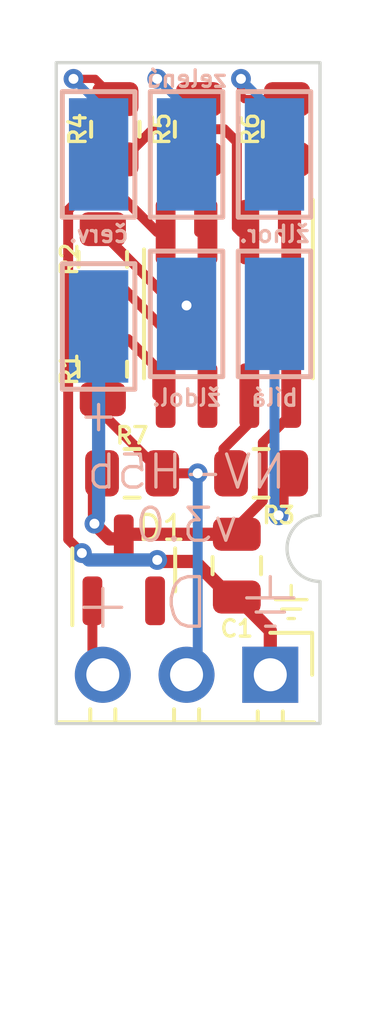
<source format=kicad_pcb>
(kicad_pcb (version 20221018) (generator pcbnew)
  (layers (0 "F.Cu" signal) (31 "B.Cu" signal) (34 "B.Paste" user) (35 "F.Paste" user) (36 "B.SilkS" user "B.Silkscreen") (37 "F.SilkS" user "F.Silkscreen") (38 "B.Mask" user) (39 "F.Mask" user) (44 "Edge.Cuts" user))
  (net 0 "")
  (net 1 "VCC")
  (net 2 "GND")
  (net 3 "Net-(D1-Pad1)")
  (net 5 "/DATA_IN")
  (net 6 "/LED_YEL_BOT")
  (net 7 "/LED_WHITE")
  (net 8 "/LED_RED")
  (net 9 "/LED_GR")
  (net 10 "/LED_YEL_TOP")
  (net 11 "/dDATA_IN")
  (net 12 "/dLED_YEL_BOT")
  (net 13 "/dLED_WHITE")
  (net 14 "/dLED_RED")
  (net 15 "/dLED_GR")
  (net 16 "/dLED_YEL_TOP")
  (footprint "Resistor_SMD:R_0805_2012Metric" (layer "F.Cu") (at 121.412 119.2765 90)
    (fp_text reference "R1" (at 0 -1.016 90) (layer "F.SilkS") (effects (font (size 0.5 0.5) (thickness 0.1))))
    (fp_text value "1k")
    (fp_line (start -0.227064 -0.735) (end 0.227064 -0.735) (stroke (width 0.12)) (layer "F.SilkS"))
    (fp_line (start -0.227064 0.735) (end 0.227064 0.735) (stroke (width 0.12)) (layer "F.SilkS"))
    (pad "1" smd roundrect (at -0.9125 0 90) (size 1.025 1.4) (layers "F.Cu" "F.Paste" "F.Mask") (roundrect_rratio 0.243902) (net 5 "/DATA_IN"))
    (pad "2" smd roundrect (at 0.9125 0 90) (size 1.025 1.4) (layers "F.Cu" "F.Paste" "F.Mask") (roundrect_rratio 0.243902) (net 11 "/dDATA_IN"))
  )
  (footprint "Resistor_SMD:R_0805_2012Metric" (layer "F.Cu") (at 124.333 112.014 -90)
    (fp_text reference "R5" (at 0 1.143 90) (layer "F.SilkS") (effects (font (size 0.5 0.5) (thickness 0.1))))
    (fp_text value "4k7")
    (fp_line (start -0.227064 -0.735) (end 0.227064 -0.735) (stroke (width 0.12)) (layer "F.SilkS"))
    (fp_line (start -0.227064 0.735) (end 0.227064 0.735) (stroke (width 0.12)) (layer "F.SilkS"))
    (pad "1" smd roundrect (at -0.9125 0 270) (size 1.025 1.4) (layers "F.Cu" "F.Paste" "F.Mask") (roundrect_rratio 0.243902) (net 9 "/LED_GR"))
    (pad "2" smd roundrect (at 0.9125 0 270) (size 1.025 1.4) (layers "F.Cu" "F.Paste" "F.Mask") (roundrect_rratio 0.243902) (net 15 "/dLED_GR"))
  )
  (footprint "Package_TO_SOT_SMD:SOT-23" (layer "F.Cu") (at 122.047 125.349 90)
    (fp_text reference "D1" (at 1.27 1.143 180) (layer "F.SilkS") (effects (font (size 0.75 0.75) (thickness 0.1))))
    (fp_text value "BAT54")
    (fp_line (start 0 -1.56) (end -1.675 -1.56) (stroke (width 0.12)) (layer "F.SilkS"))
    (fp_line (start 0 -1.56) (end 0.65 -1.56) (stroke (width 0.12)) (layer "F.SilkS"))
    (fp_line (start 0 1.56) (end -0.65 1.56) (stroke (width 0.12)) (layer "F.SilkS"))
    (fp_line (start 0 1.56) (end 0.65 1.56) (stroke (width 0.12)) (layer "F.SilkS"))
    (pad "1" smd roundrect (at -0.9375 -0.95 90) (size 1.475 0.6) (layers "F.Cu" "F.Paste" "F.Mask") (net 3 "Net-(D1-Pad1)"))
    (pad "2" smd roundrect (at -0.9375 0.95 90) (size 1.475 0.6) (layers "F.Cu" "F.Paste" "F.Mask"))
    (pad "3" smd roundrect (at 0.9375 0 90) (size 1.475 0.6) (layers "F.Cu" "F.Paste" "F.Mask") (net 1 "VCC"))
  )
  (footprint "Resistor_SMD:R_0805_2012Metric" (layer "F.Cu") (at 127 112.014 -90)
    (fp_text reference "R6" (at 0 1.1176 -90) (layer "F.SilkS") (effects (font (size 0.5 0.5) (thickness 0.1))))
    (fp_text value "4k7")
    (fp_line (start -0.227064 -0.735) (end 0.227064 -0.735) (stroke (width 0.12)) (layer "F.SilkS"))
    (fp_line (start -0.227064 0.735) (end 0.227064 0.735) (stroke (width 0.12)) (layer "F.SilkS"))
    (pad "1" smd roundrect (at -0.9125 0 270) (size 1.025 1.4) (layers "F.Cu" "F.Paste" "F.Mask") (roundrect_rratio 0.243902) (net 10 "/LED_YEL_TOP"))
    (pad "2" smd roundrect (at 0.9125 0 270) (size 1.025 1.4) (layers "F.Cu" "F.Paste" "F.Mask") (roundrect_rratio 0.243902) (net 16 "/dLED_YEL_TOP"))
  )
  (footprint "Resistor_SMD:R_0805_2012Metric" (layer "F.Cu") (at 122.301 122.428)
    (fp_text reference "R7" (at 0 -1.143) (layer "F.SilkS") (effects (font (size 0.5 0.5) (thickness 0.1))))
    (fp_text value "10k")
    (fp_line (start -0.227064 -0.735) (end 0.227064 -0.735) (stroke (width 0.12)) (layer "F.SilkS"))
    (fp_line (start -0.227064 0.735) (end 0.227064 0.735) (stroke (width 0.12)) (layer "F.SilkS"))
    (pad "1" smd roundrect (at -0.9125 0) (size 1.025 1.4) (layers "F.Cu" "F.Paste" "F.Mask") (roundrect_rratio 0.243902) (net 1 "VCC"))
    (pad "2" smd roundrect (at 0.9125 0) (size 1.025 1.4) (layers "F.Cu" "F.Paste" "F.Mask") (roundrect_rratio 0.243902) (net 5 "/DATA_IN"))
  )
  (footprint "Connector_PinHeader_2.54mm:PinHeader_1x03_P2.54mm_Horizontal" (layer "F.Cu") (at 126.492 128.524 -90)
    (fp_text reference "J1" hide)
    (fp_text value "PSH02-03")
    (fp_line (start -1.27 -1.27) (end 0 -1.27) (stroke (width 0.12)) (layer "F.SilkS"))
    (fp_line (start -1.27 0) (end -1.27 -1.27) (stroke (width 0.12)) (layer "F.SilkS"))
    (fp_line (start 1.042929 2.16) (end 1.44 2.16) (stroke (width 0.12)) (layer "F.SilkS"))
    (fp_line (start 1.042929 2.92) (end 1.44 2.92) (stroke (width 0.12)) (layer "F.SilkS"))
    (fp_line (start 1.042929 4.7) (end 1.44 4.7) (stroke (width 0.12)) (layer "F.SilkS"))
    (fp_line (start 1.042929 5.46) (end 1.44 5.46) (stroke (width 0.12)) (layer "F.SilkS"))
    (fp_line (start 1.11 -0.38) (end 1.44 -0.38) (stroke (width 0.12)) (layer "F.SilkS"))
    (fp_line (start 1.11 0.38) (end 1.44 0.38) (stroke (width 0.12)) (layer "F.SilkS"))
    (fp_line (start 1.44 -1.33) (end 1.44 6.41) (stroke (width 0.12)) (layer "F.SilkS"))
    (pad "1" thru_hole rect (at 0 0 270) (size 1.7 1.7) (drill 1) (layers "*.Cu" "*.Mask") (net 2 "GND"))
    (pad "2" thru_hole oval (at 0 2.54 270) (size 1.7 1.7) (drill 1) (layers "*.Cu" "*.Mask") (net 5 "/DATA_IN"))
    (pad "3" thru_hole oval (at 0 5.08 270) (size 1.7 1.7) (drill 1) (layers "*.Cu" "*.Mask") (net 3 "Net-(D1-Pad1)"))
  )
  (footprint "Resistor_SMD:R_0805_2012Metric" (layer "F.Cu") (at 126.2145 122.428 180)
    (fp_text reference "R3" (at -0.5315 -1.27) (layer "F.SilkS") (effects (font (size 0.5 0.5) (thickness 0.1))))
    (fp_text value "4k7")
    (fp_line (start -0.227064 -0.735) (end 0.227064 -0.735) (stroke (width 0.12)) (layer "F.SilkS"))
    (fp_line (start -0.227064 0.735) (end 0.227064 0.735) (stroke (width 0.12)) (layer "F.SilkS"))
    (pad "1" smd roundrect (at -0.9125 0 180) (size 1.025 1.4) (layers "F.Cu" "F.Paste" "F.Mask") (roundrect_rratio 0.243902) (net 7 "/LED_WHITE"))
    (pad "2" smd roundrect (at 0.9125 0 180) (size 1.025 1.4) (layers "F.Cu" "F.Paste" "F.Mask") (roundrect_rratio 0.243902) (net 13 "/dLED_WHITE"))
  )
  (footprint "Capacitor_SMD:C_0805_2012Metric" (layer "F.Cu") (at 125.476 125.222 -90)
    (fp_text reference "C1" (at 1.905 0 180) (layer "F.SilkS") (effects (font (size 0.5 0.5) (thickness 0.1))))
    (fp_text value "1u")
    (fp_line (start -0.261252 -0.735) (end 0.261252 -0.735) (stroke (width 0.12)) (layer "F.SilkS"))
    (fp_line (start -0.261252 0.735) (end 0.261252 0.735) (stroke (width 0.12)) (layer "F.SilkS"))
    (pad "1" smd roundrect (at -0.95 0 270) (size 1 1.45) (layers "F.Cu" "F.Paste" "F.Mask") (net 1 "VCC"))
    (pad "2" smd roundrect (at 0.95 0 270) (size 1 1.45) (layers "F.Cu" "F.Paste" "F.Mask") (net 2 "GND"))
  )
  (footprint "Resistor_SMD:R_0805_2012Metric" (layer "F.Cu") (at 121.793 112.014 -90)
    (fp_text reference "R4" (at 0 1.143 90) (layer "F.SilkS") (effects (font (size 0.5 0.5) (thickness 0.1))))
    (fp_text value "4k7")
    (fp_line (start -0.227064 -0.735) (end 0.227064 -0.735) (stroke (width 0.12)) (layer "F.SilkS"))
    (fp_line (start -0.227064 0.735) (end 0.227064 0.735) (stroke (width 0.12)) (layer "F.SilkS"))
    (pad "1" smd roundrect (at -0.9125 0 270) (size 1.025 1.4) (layers "F.Cu" "F.Paste" "F.Mask") (roundrect_rratio 0.243902) (net 8 "/LED_RED"))
    (pad "2" smd roundrect (at 0.9125 0 270) (size 1.025 1.4) (layers "F.Cu" "F.Paste" "F.Mask") (roundrect_rratio 0.243902) (net 14 "/dLED_RED"))
  )
  (footprint "Resistor_SMD:R_0805_2012Metric" (layer "F.Cu") (at 121.412 115.951 -90)
    (fp_text reference "R2" (at 0 1.016 90) (layer "F.SilkS") (effects (font (size 0.5 0.5) (thickness 0.1))))
    (fp_text value "4k7")
    (fp_line (start -0.227064 -0.735) (end 0.227064 -0.735) (stroke (width 0.12)) (layer "F.SilkS"))
    (fp_line (start -0.227064 0.735) (end 0.227064 0.735) (stroke (width 0.12)) (layer "F.SilkS"))
    (pad "1" smd roundrect (at -0.9125 0 270) (size 1.025 1.4) (layers "F.Cu" "F.Paste" "F.Mask") (roundrect_rratio 0.243902) (net 6 "/LED_YEL_BOT"))
    (pad "2" smd roundrect (at 0.9125 0 270) (size 1.025 1.4) (layers "F.Cu" "F.Paste" "F.Mask") (roundrect_rratio 0.243902) (net 12 "/dLED_YEL_BOT"))
  )
  (footprint "Package_SO:SOIC-8_3.9x4.9mm_P1.27mm" (layer "F.Cu") (at 125.222 117.602 -90)
    (fp_text reference "U1" hide)
    (fp_text value "ATtiny25-20SS")
    (fp_line (start 0 -2.56) (end -3.45 -2.56) (stroke (width 0.12)) (layer "F.SilkS"))
    (fp_line (start 0 -2.56) (end 1.95 -2.56) (stroke (width 0.12)) (layer "F.SilkS"))
    (fp_line (start 0 2.56) (end -1.95 2.56) (stroke (width 0.12)) (layer "F.SilkS"))
    (fp_line (start 0 2.56) (end 1.95 2.56) (stroke (width 0.12)) (layer "F.SilkS"))
    (pad "1" smd roundrect (at -2.475 -1.905 270) (size 1.95 0.6) (layers "F.Cu" "F.Paste" "F.Mask") (net 16 "/dLED_YEL_TOP"))
    (pad "2" smd roundrect (at -2.475 -0.635 270) (size 1.95 0.6) (layers "F.Cu" "F.Paste" "F.Mask") (net 14 "/dLED_RED"))
    (pad "3" smd roundrect (at -2.475 0.635 270) (size 1.95 0.6) (layers "F.Cu" "F.Paste" "F.Mask") (net 15 "/dLED_GR"))
    (pad "4" smd roundrect (at -2.475 1.905 270) (size 1.95 0.6) (layers "F.Cu" "F.Paste" "F.Mask") (net 2 "GND"))
    (pad "5" smd roundrect (at 2.475 1.905 270) (size 1.95 0.6) (layers "F.Cu" "F.Paste" "F.Mask") (net 11 "/dDATA_IN"))
    (pad "6" smd roundrect (at 2.475 0.635 270) (size 1.95 0.6) (layers "F.Cu" "F.Paste" "F.Mask") (net 12 "/dLED_YEL_BOT"))
    (pad "7" smd roundrect (at 2.475 -0.635 270) (size 1.95 0.6) (layers "F.Cu" "F.Paste" "F.Mask") (net 13 "/dLED_WHITE"))
    (pad "8" smd roundrect (at 2.475 -1.905 270) (size 1.95 0.6) (layers "F.Cu" "F.Paste" "F.Mask") (net 1 "VCC"))
  )
  (footprint "TestPoint:TestPoint_Keystone_5015_Micro-Minature" (layer "B.Cu") (at 121.285 117.983 -90)
    (fp_text reference "J7" hide)
    (fp_text value "Conn_01x01")
    (fp_line (start -1.9 -1.1) (end -1.9 1.1) (stroke (width 0.15)) (layer "B.SilkS"))
    (fp_line (start -1.9 1.1) (end 1.9 1.1) (stroke (width 0.15)) (layer "B.SilkS"))
    (fp_line (start 1.9 -1.1) (end -1.9 -1.1) (stroke (width 0.15)) (layer "B.SilkS"))
    (fp_line (start 1.9 1.1) (end 1.9 -1.1) (stroke (width 0.15)) (layer "B.SilkS"))
    (pad "1" smd rect (at 0 0 270) (size 3.4 1.8) (layers "B.Cu" "B.Paste" "B.Mask") (net 1 "VCC"))
  )
  (footprint "TestPoint:TestPoint_Keystone_5015_Micro-Minature" (layer "B.Cu") (at 126.619 112.776 -90)
    (fp_text reference "J6" hide)
    (fp_text value "Conn_01x01")
    (fp_line (start -1.9 -1.1) (end -1.9 1.1) (stroke (width 0.15)) (layer "B.SilkS"))
    (fp_line (start -1.9 1.1) (end 1.9 1.1) (stroke (width 0.15)) (layer "B.SilkS"))
    (fp_line (start 1.9 -1.1) (end -1.9 -1.1) (stroke (width 0.15)) (layer "B.SilkS"))
    (fp_line (start 1.9 1.1) (end 1.9 -1.1) (stroke (width 0.15)) (layer "B.SilkS"))
    (pad "1" smd rect (at 0 0 270) (size 3.4 1.8) (layers "B.Cu" "B.Paste" "B.Mask") (net 10 "/LED_YEL_TOP"))
  )
  (footprint "TestPoint:TestPoint_Keystone_5015_Micro-Minature" (layer "B.Cu") (at 126.619 117.602 -90)
    (fp_text reference "J3" hide)
    (fp_text value "Conn_01x01")
    (fp_line (start -1.9 -1.1) (end -1.9 1.1) (stroke (width 0.15)) (layer "B.SilkS"))
    (fp_line (start -1.9 1.1) (end 1.9 1.1) (stroke (width 0.15)) (layer "B.SilkS"))
    (fp_line (start 1.9 -1.1) (end -1.9 -1.1) (stroke (width 0.15)) (layer "B.SilkS"))
    (fp_line (start 1.9 1.1) (end 1.9 -1.1) (stroke (width 0.15)) (layer "B.SilkS"))
    (pad "1" smd rect (at 0 0 270) (size 3.4 1.8) (layers "B.Cu" "B.Paste" "B.Mask") (net 7 "/LED_WHITE"))
  )
  (footprint "TestPoint:TestPoint_Keystone_5015_Micro-Minature" (layer "B.Cu") (at 121.285 112.776 -90)
    (fp_text reference "J4" hide)
    (fp_text value "Conn_01x01")
    (fp_line (start -1.9 -1.1) (end -1.9 1.1) (stroke (width 0.15)) (layer "B.SilkS"))
    (fp_line (start -1.9 1.1) (end 1.9 1.1) (stroke (width 0.15)) (layer "B.SilkS"))
    (fp_line (start 1.9 -1.1) (end -1.9 -1.1) (stroke (width 0.15)) (layer "B.SilkS"))
    (fp_line (start 1.9 1.1) (end 1.9 -1.1) (stroke (width 0.15)) (layer "B.SilkS"))
    (pad "1" smd rect (at 0 0 270) (size 3.4 1.8) (layers "B.Cu" "B.Paste" "B.Mask") (net 8 "/LED_RED"))
  )
  (footprint "TestPoint:TestPoint_Keystone_5015_Micro-Minature" (layer "B.Cu") (at 123.952 112.776 -90)
    (fp_text reference "J5" hide)
    (fp_text value "Conn_01x01")
    (fp_line (start -1.9 -1.1) (end -1.9 1.1) (stroke (width 0.15)) (layer "B.SilkS"))
    (fp_line (start -1.9 1.1) (end 1.9 1.1) (stroke (width 0.15)) (layer "B.SilkS"))
    (fp_line (start 1.9 -1.1) (end -1.9 -1.1) (stroke (width 0.15)) (layer "B.SilkS"))
    (fp_line (start 1.9 1.1) (end 1.9 -1.1) (stroke (width 0.15)) (layer "B.SilkS"))
    (pad "1" smd rect (at 0 0 270) (size 3.4 1.8) (layers "B.Cu" "B.Paste" "B.Mask") (net 9 "/LED_GR"))
  )
  (footprint "TestPoint:TestPoint_Keystone_5015_Micro-Minature" (layer "B.Cu") (at 123.952 117.602 -90)
    (fp_text reference "J2" hide)
    (fp_text value "Conn_01x01")
    (fp_line (start -1.9 -1.1) (end -1.9 1.1) (stroke (width 0.15)) (layer "B.SilkS"))
    (fp_line (start -1.9 1.1) (end 1.9 1.1) (stroke (width 0.15)) (layer "B.SilkS"))
    (fp_line (start 1.9 -1.1) (end -1.9 -1.1) (stroke (width 0.15)) (layer "B.SilkS"))
    (fp_line (start 1.9 1.1) (end 1.9 -1.1) (stroke (width 0.15)) (layer "B.SilkS"))
    (pad "1" smd rect (at 0 0 270) (size 3.4 1.8) (layers "B.Cu" "B.Paste" "B.Mask") (net 6 "/LED_YEL_BOT"))
  )
  (gr_line (start 128 110) (end 128 123.7) (stroke (width 0.1)) (layer "Edge.Cuts"))
  (gr_line (start 120 130) (end 128 130) (stroke (width 0.1)) (layer "Edge.Cuts"))
  (gr_line (start 128 130) (end 128 125.7) (stroke (width 0.1)) (layer "Edge.Cuts"))
  (gr_line (start 120 110) (end 128 110) (stroke (width 0.1)) (layer "Edge.Cuts"))
  (gr_arc (start 128 125.7) (mid 127 124.7) (end 128 123.7) (stroke (width 0.1)) (layer "Edge.Cuts"))
  (gr_line (start 120 130) (end 120 110) (stroke (width 0.1)) (layer "Edge.Cuts"))
  (gr_text "D" (at 123.952 126.365) (layer "B.SilkS") (effects (font (size 1.5 1.5) (thickness 0.1)) (justify mirror)))
  (gr_text "⏚" (at 126.492 126.365) (layer "B.SilkS") (effects (font (size 1.5 1.5) (thickness 0.1)) (justify mirror)))
  (gr_text "NV-H5b\nv3.0" (at 123.952 123.19) (layer "B.SilkS") (effects (font (size 1 1) (thickness 0.1)) (justify mirror)))
  (gr_text "červ." (at 121.285 115.189) (layer "B.SilkS") (effects (font (size 0.5 0.5) (thickness 0.1)) (justify mirror)))
  (gr_text "žlhor." (at 126.619 115.189) (layer "B.SilkS") (effects (font (size 0.5 0.5) (thickness 0.1)) (justify mirror)))
  (gr_text "žldol." (at 123.952 120.142) (layer "B.SilkS") (effects (font (size 0.5 0.5) (thickness 0.1)) (justify mirror)))
  (gr_text "bílá" (at 126.619 120.142) (layer "B.SilkS") (effects (font (size 0.5 0.5) (thickness 0.1)) (justify mirror)))
  (gr_text "+" (at 121.412 126.365) (layer "B.SilkS") (effects (font (size 1.5 1.5) (thickness 0.1)) (justify mirror)))
  (gr_text "+" (at 121.285 120.65) (layer "B.SilkS") (effects (font (size 1 1) (thickness 0.1)) (justify mirror)))
  (gr_text "zelená" (at 123.952 110.49) (layer "B.SilkS") (effects (font (size 0.5 0.5) (thickness 0.1)) (justify mirror)))
  (gr_text "⏚" (at 127.127 126.365) (layer "F.SilkS") (effects (font (size 1 1) (thickness 0.1))))
  (segment (start 121.6175 124.4115) (end 121.158 123.952) (width 0.4) (layer "F.Cu") (net 1))
  (segment (start 121.3885 122.428) (end 121.158 122.6585) (width 0.4) (layer "F.Cu") (net 1))
  (segment (start 127.127 120.077) (end 127.127 120.636472) (width 0.3) (layer "F.Cu") (net 1))
  (segment (start 121.158 122.6585) (end 121.158 123.952) (width 0.4) (layer "F.Cu") (net 1))
  (segment (start 122.047 124.4115) (end 121.6175 124.4115) (width 0.4) (layer "F.Cu") (net 1))
  (segment (start 125.476 124.272) (end 123.002 124.272) (width 0.4) (layer "F.Cu") (net 1))
  (segment (start 125.476 124.048761) (end 125.476 124.272) (width 0.3) (layer "F.Cu") (net 1))
  (segment (start 122.1865 124.272) (end 122.047 124.4115) (width 0.4) (layer "F.Cu") (net 1))
  (segment (start 123.002 124.272) (end 122.1865 124.272) (width 0.4) (layer "F.Cu") (net 1))
  (segment (start 126.2645 121.498972) (end 126.2645 123.260261) (width 0.3) (layer "F.Cu") (net 1))
  (segment (start 126.2645 123.260261) (end 125.476 124.048761) (width 0.3) (layer "F.Cu") (net 1))
  (segment (start 127.127 120.636472) (end 126.2645 121.498972) (width 0.3) (layer "F.Cu") (net 1))
  (via (at 121.158 123.952) (size 0.6) (drill 0.3) (layers "F.Cu" "B.Cu") (net 1))
  (segment (start 121.285 123.825) (end 121.158 123.952) (width 0.4) (layer "B.Cu") (net 1))
  (segment (start 121.285 117.983) (end 121.285 123.825) (width 0.4) (layer "B.Cu") (net 1))
  (segment (start 125.476 126.172) (end 125.283 126.172) (width 0.4) (layer "F.Cu") (net 2))
  (segment (start 120.362 124.426) (end 120.362 114.461) (width 0.3) (layer "F.Cu") (net 2))
  (segment (start 122.112 114.176) (end 123.063 115.127) (width 0.3) (layer "F.Cu") (net 2))
  (segment (start 120.647 114.176) (end 122.112 114.176) (width 0.3) (layer "F.Cu") (net 2))
  (segment (start 125.283 126.172) (end 124.206 125.095) (width 0.4) (layer "F.Cu") (net 2))
  (segment (start 126.492 128.524) (end 126.492 127.188) (width 0.4) (layer "F.Cu") (net 2))
  (segment (start 126.492 127.188) (end 125.476 126.172) (width 0.4) (layer "F.Cu") (net 2))
  (segment (start 120.777 124.841) (end 120.362 124.426) (width 0.3) (layer "F.Cu") (net 2))
  (segment (start 120.362 114.461) (end 120.647 114.176) (width 0.3) (layer "F.Cu") (net 2))
  (segment (start 123.063 125.095) (end 123.063 125.0495) (width 0.4) (layer "F.Cu") (net 2))
  (segment (start 124.206 125.095) (end 123.063 125.095) (width 0.4) (layer "F.Cu") (net 2))
  (via (at 123.063 125.0495) (size 0.6) (drill 0.3) (layers "F.Cu" "B.Cu") (net 2))
  (via (at 120.777 124.841) (size 0.6) (drill 0.3) (layers "F.Cu" "B.Cu") (net 2))
  (segment (start 120.777 124.841) (end 120.9855 125.0495) (width 0.4) (layer "B.Cu") (net 2))
  (segment (start 120.9855 125.0495) (end 123.063 125.0495) (width 0.4) (layer "B.Cu") (net 2))
  (segment (start 121.097 126.2865) (end 121.097 128.209) (width 0.3) (layer "F.Cu") (net 3))
  (segment (start 121.097 128.209) (end 121.412 128.524) (width 0.3) (layer "F.Cu") (net 3))
  (segment (start 121.412 120.189) (end 121.412 120.6265) (width 0.25) (layer "F.Cu") (net 5))
  (segment (start 121.412 120.6265) (end 123.2135 122.428) (width 0.3) (layer "F.Cu") (net 5))
  (segment (start 123.2135 122.428) (end 124.29 122.428) (width 0.3) (layer "F.Cu") (net 5))
  (via (at 124.29 122.428) (size 0.6) (drill 0.3) (layers "F.Cu" "B.Cu") (net 5))
  (segment (start 124.29 128.186) (end 124.29 122.428) (width 0.3) (layer "B.Cu") (net 5))
  (segment (start 123.952 128.524) (end 124.29 128.186) (width 0.3) (layer "B.Cu") (net 5))
  (segment (start 121.412 115.0385) (end 121.412 115.158107) (width 0.3) (layer "F.Cu") (net 6))
  (segment (start 123.855893 117.602) (end 123.952 117.602) (width 0.3) (layer "F.Cu") (net 6))
  (segment (start 121.412 115.158107) (end 123.855893 117.602) (width 0.3) (layer "F.Cu") (net 6))
  (via (at 123.952 117.348) (size 0.6) (drill 0.3) (layers "F.Cu" "B.Cu") (net 6))
  (segment (start 126.8965 122.428) (end 126.8965 123.5475) (width 0.3) (layer "F.Cu") (net 7))
  (segment (start 126.8965 123.5475) (end 126.746 123.698) (width 0.3) (layer "F.Cu") (net 7))
  (via (at 126.746 123.698) (size 0.6) (drill 0.3) (layers "F.Cu" "B.Cu") (net 7))
  (segment (start 126.746 123.698) (end 126.619 123.571) (width 0.3) (layer "B.Cu") (net 7))
  (segment (start 126.619 123.571) (end 126.619 117.602) (width 0.3) (layer "B.Cu") (net 7))
  (segment (start 121.1815 110.49) (end 121.793 111.1015) (width 0.25) (layer "F.Cu") (net 8))
  (segment (start 120.523 110.49) (end 121.1815 110.49) (width 0.25) (layer "F.Cu") (net 8))
  (via (at 120.523 110.49) (size 0.6) (drill 0.3) (layers "F.Cu" "B.Cu") (net 8))
  (segment (start 121.285 111.252) (end 120.523 110.49) (width 0.25) (layer "B.Cu") (net 8))
  (segment (start 121.285 112.776) (end 121.285 111.252) (width 0.25) (layer "B.Cu") (net 8))
  (segment (start 121.285 111.2285) (end 121.285 112.776) (width 0.25) (layer "B.Cu") (net 8))
  (segment (start 123.6745 111.1015) (end 124.333 111.1015) (width 0.25) (layer "F.Cu") (net 9))
  (segment (start 123.063 110.49) (end 123.6745 111.1015) (width 0.25) (layer "F.Cu") (net 9))
  (via (at 123.063 110.49) (size 0.6) (drill 0.3) (layers "F.Cu" "B.Cu") (net 9))
  (segment (start 123.952 111.379) (end 123.952 112.776) (width 0.25) (layer "B.Cu") (net 9))
  (segment (start 123.063 110.49) (end 123.952 111.379) (width 0.25) (layer "B.Cu") (net 9))
  (segment (start 125.603 110.998) (end 125.7065 111.1015) (width 0.25) (layer "F.Cu") (net 10))
  (segment (start 125.603 110.49) (end 125.603 110.998) (width 0.25) (layer "F.Cu") (net 10))
  (segment (start 125.7065 111.1015) (end 127 111.1015) (width 0.25) (layer "F.Cu") (net 10))
  (via (at 125.603 110.49) (size 0.6) (drill 0.3) (layers "F.Cu" "B.Cu") (net 10))
  (segment (start 125.603 110.49) (end 126.492 111.379) (width 0.25) (layer "B.Cu") (net 10))
  (segment (start 126.492 111.379) (end 126.492 112.089) (width 0.25) (layer "B.Cu") (net 10))
  (segment (start 121.412 118.364) (end 122.174 118.364) (width 0.3) (layer "F.Cu") (net 11))
  (segment (start 123.063 119.253) (end 123.063 120.077) (width 0.3) (layer "F.Cu") (net 11))
  (segment (start 122.174 118.364) (end 123.063 119.253) (width 0.3) (layer "F.Cu") (net 11))
  (segment (start 122.0705 116.8635) (end 124.587 119.38) (width 0.3) (layer "F.Cu") (net 12))
  (segment (start 124.587 119.38) (end 124.587 120.077) (width 0.3) (layer "F.Cu") (net 12))
  (segment (start 121.412 116.8635) (end 122.0705 116.8635) (width 0.3) (layer "F.Cu") (net 12))
  (segment (start 125.857 120.077) (end 125.857 120.904) (width 0.3) (layer "F.Cu") (net 13))
  (segment (start 125.857 120.904) (end 125.0715 121.6895) (width 0.3) (layer "F.Cu") (net 13))
  (segment (start 125.0715 121.6895) (end 125.0715 122.428) (width 0.3) (layer "F.Cu") (net 13))
  (segment (start 122.936 112.014) (end 125.095 112.014) (width 0.3) (layer "F.Cu") (net 14))
  (segment (start 125.095 112.014) (end 125.476 112.395) (width 0.3) (layer "F.Cu") (net 14))
  (segment (start 122.0235 112.9265) (end 122.936 112.014) (width 0.3) (layer "F.Cu") (net 14))
  (segment (start 125.476 115) (end 125.603 115.127) (width 0.3) (layer "F.Cu") (net 14))
  (segment (start 125.476 112.395) (end 125.476 115) (width 0.3) (layer "F.Cu") (net 14))
  (segment (start 121.793 112.9265) (end 122.0235 112.9265) (width 0.3) (layer "F.Cu") (net 14))
  (segment (start 124.333 115.127) (end 124.333 112.9265) (width 0.3) (layer "F.Cu") (net 15))
  (segment (start 126.873 113.0535) (end 127 112.9265) (width 0.3) (layer "F.Cu") (net 16))
  (segment (start 126.873 115.127) (end 126.873 113.0535) (width 0.3) (layer "F.Cu") (net 16))
)
</source>
